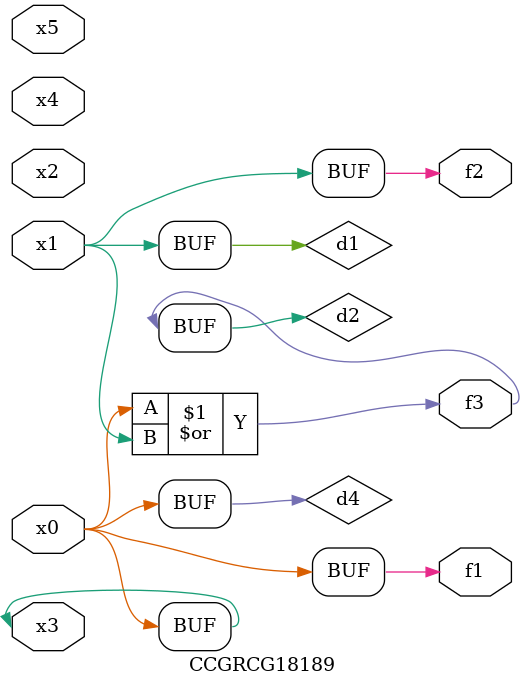
<source format=v>
module CCGRCG18189(
	input x0, x1, x2, x3, x4, x5,
	output f1, f2, f3
);

	wire d1, d2, d3, d4;

	and (d1, x1);
	or (d2, x0, x1);
	nand (d3, x0, x5);
	buf (d4, x0, x3);
	assign f1 = d4;
	assign f2 = d1;
	assign f3 = d2;
endmodule

</source>
